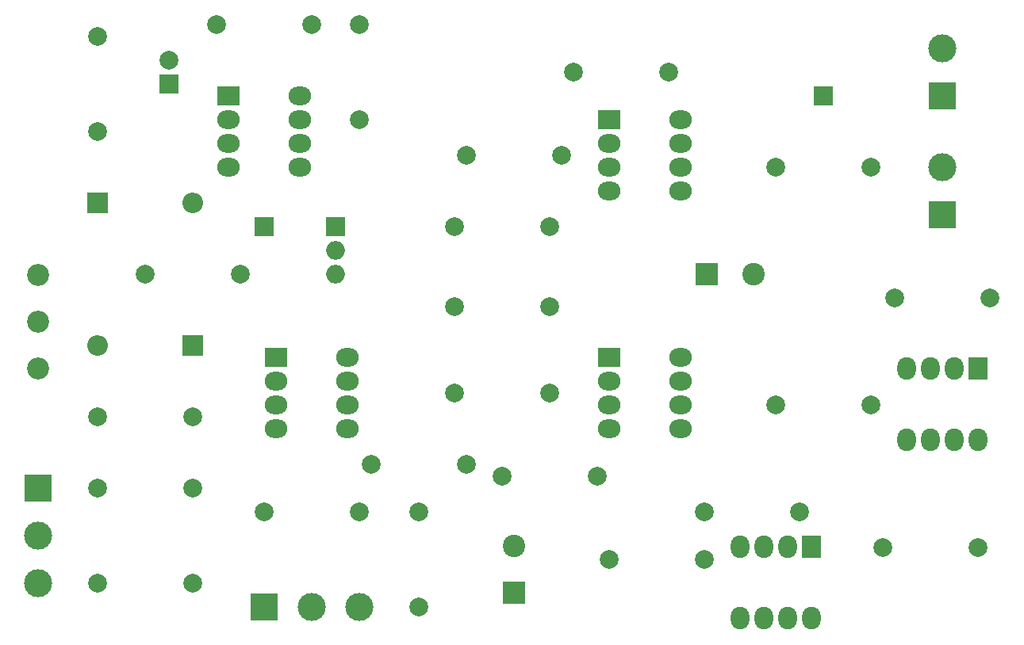
<source format=gbr>
%TF.GenerationSoftware,KiCad,Pcbnew,9.0.7*%
%TF.CreationDate,2026-02-02T16:44:15-03:00*%
%TF.ProjectId,Controlador PID,436f6e74-726f-46c6-9164-6f7220504944,rev?*%
%TF.SameCoordinates,Original*%
%TF.FileFunction,Soldermask,Bot*%
%TF.FilePolarity,Negative*%
%FSLAX46Y46*%
G04 Gerber Fmt 4.6, Leading zero omitted, Abs format (unit mm)*
G04 Created by KiCad (PCBNEW 9.0.7) date 2026-02-02 16:44:15*
%MOMM*%
%LPD*%
G01*
G04 APERTURE LIST*
%ADD10C,2.000000*%
%ADD11R,3.000000X3.000000*%
%ADD12C,3.000000*%
%ADD13R,2.000000X2.400000*%
%ADD14O,2.000000X2.400000*%
%ADD15R,2.400000X2.000000*%
%ADD16O,2.400000X2.000000*%
%ADD17R,2.000000X2.000000*%
%ADD18R,2.400000X2.400000*%
%ADD19C,2.400000*%
%ADD20C,2.340000*%
%ADD21R,2.200000X2.200000*%
%ADD22O,2.200000X2.200000*%
%ADD23O,2.000000X2.000000*%
G04 APERTURE END LIST*
D10*
%TO.C,Rd1*%
X120650000Y-71120000D03*
X110490000Y-71120000D03*
%TD*%
D11*
%TO.C,J3*%
X161290000Y-77470000D03*
D12*
X161290000Y-72390000D03*
%TD*%
D13*
%TO.C,U5*%
X165090000Y-93965000D03*
D14*
X162550000Y-93965000D03*
X160010000Y-93965000D03*
X157470000Y-93965000D03*
X157470000Y-101585000D03*
X160010000Y-101585000D03*
X162550000Y-101585000D03*
X165090000Y-101585000D03*
%TD*%
D10*
%TO.C,R21*%
X71120000Y-99060000D03*
X81280000Y-99060000D03*
%TD*%
%TO.C,RDD1*%
X154940000Y-113030000D03*
X165100000Y-113030000D03*
%TD*%
D15*
%TO.C,U1*%
X90155000Y-92720000D03*
D16*
X90155000Y-95260000D03*
X90155000Y-97800000D03*
X90155000Y-100340000D03*
X97775000Y-100340000D03*
X97775000Y-97800000D03*
X97775000Y-95260000D03*
X97775000Y-92720000D03*
%TD*%
D10*
%TO.C,R11*%
X81280000Y-106680000D03*
X71120000Y-106680000D03*
%TD*%
D15*
%TO.C,U3*%
X125715000Y-92720000D03*
D16*
X125715000Y-95260000D03*
X125715000Y-97800000D03*
X125715000Y-100340000D03*
X133335000Y-100340000D03*
X133335000Y-97800000D03*
X133335000Y-95260000D03*
X133335000Y-92720000D03*
%TD*%
D11*
%TO.C,J4*%
X161290000Y-64770000D03*
D12*
X161290000Y-59690000D03*
%TD*%
D15*
%TO.C,U2*%
X125715000Y-67320000D03*
D16*
X125715000Y-69860000D03*
X125715000Y-72400000D03*
X125715000Y-74940000D03*
X133335000Y-74940000D03*
X133335000Y-72400000D03*
X133335000Y-69860000D03*
X133335000Y-67320000D03*
%TD*%
D17*
%TO.C,TP2*%
X148590000Y-64770000D03*
%TD*%
D18*
%TO.C,Cc1*%
X136106041Y-83820000D03*
D19*
X141106041Y-83820000D03*
%TD*%
D10*
%TO.C,RGG1*%
X76200000Y-83820000D03*
X86360000Y-83820000D03*
%TD*%
%TO.C,R22*%
X71120000Y-116840000D03*
X81280000Y-116840000D03*
%TD*%
%TO.C,RS1*%
X156210000Y-86360000D03*
X166370000Y-86360000D03*
%TD*%
%TO.C,Rf1*%
X109220000Y-87320000D03*
X119380000Y-87320000D03*
%TD*%
D20*
%TO.C,PR1*%
X64770000Y-83900000D03*
X64770000Y-88900000D03*
X64770000Y-93900000D03*
%TD*%
D10*
%TO.C,Rh3*%
X135890000Y-109220000D03*
X146050000Y-109220000D03*
%TD*%
%TO.C,R12*%
X88900000Y-109220000D03*
X99060000Y-109220000D03*
%TD*%
D13*
%TO.C,U4*%
X147310000Y-113015000D03*
D14*
X144770000Y-113015000D03*
X142230000Y-113015000D03*
X139690000Y-113015000D03*
X139690000Y-120635000D03*
X142230000Y-120635000D03*
X144770000Y-120635000D03*
X147310000Y-120635000D03*
%TD*%
D10*
%TO.C,Rh1*%
X114300000Y-105410000D03*
X124460000Y-105410000D03*
%TD*%
D15*
%TO.C,U6*%
X85075000Y-64780000D03*
D16*
X85075000Y-67320000D03*
X85075000Y-69860000D03*
X85075000Y-72400000D03*
X92695000Y-72400000D03*
X92695000Y-69860000D03*
X92695000Y-67320000D03*
X92695000Y-64780000D03*
%TD*%
D17*
%TO.C,C1*%
X78740000Y-63500000D03*
D10*
X78740000Y-61000000D03*
%TD*%
%TO.C,R1*%
X71120000Y-68580000D03*
X71120000Y-58420000D03*
%TD*%
%TO.C,Rh2*%
X125730000Y-114300000D03*
X135890000Y-114300000D03*
%TD*%
%TO.C,Rc1*%
X109220000Y-78740000D03*
X119380000Y-78740000D03*
%TD*%
%TO.C,RI1*%
X143510000Y-97790000D03*
X153670000Y-97790000D03*
%TD*%
D21*
%TO.C,D1*%
X71120000Y-76200000D03*
D22*
X81280000Y-76200000D03*
%TD*%
D10*
%TO.C,RB1*%
X99060000Y-57150000D03*
X99060000Y-67310000D03*
%TD*%
D11*
%TO.C,J2*%
X64770000Y-106680000D03*
D12*
X64770000Y-111760000D03*
X64770000Y-116840000D03*
%TD*%
D17*
%TO.C,Q1*%
X96520000Y-78740000D03*
D23*
X96520000Y-81280000D03*
X96520000Y-83820000D03*
%TD*%
D21*
%TO.C,D2*%
X81280000Y-91440000D03*
D22*
X71120000Y-91440000D03*
%TD*%
D17*
%TO.C,TP1*%
X88900000Y-78740000D03*
%TD*%
D10*
%TO.C,Rg2*%
X105410000Y-109220000D03*
X105410000Y-119380000D03*
%TD*%
%TO.C,Rd2*%
X121920000Y-62230000D03*
X132080000Y-62230000D03*
%TD*%
%TO.C,RA1*%
X83820000Y-57150000D03*
X93980000Y-57150000D03*
%TD*%
D11*
%TO.C,J1*%
X88900000Y-119380000D03*
D12*
X93980000Y-119380000D03*
X99060000Y-119380000D03*
%TD*%
D18*
%TO.C,Cd1*%
X115570000Y-117893959D03*
D19*
X115570000Y-112893959D03*
%TD*%
D10*
%TO.C,Rg1*%
X100330000Y-104140000D03*
X110490000Y-104140000D03*
%TD*%
%TO.C,Rf2*%
X109220000Y-96520000D03*
X119380000Y-96520000D03*
%TD*%
%TO.C,RP1*%
X143510000Y-72390000D03*
X153670000Y-72390000D03*
%TD*%
M02*

</source>
